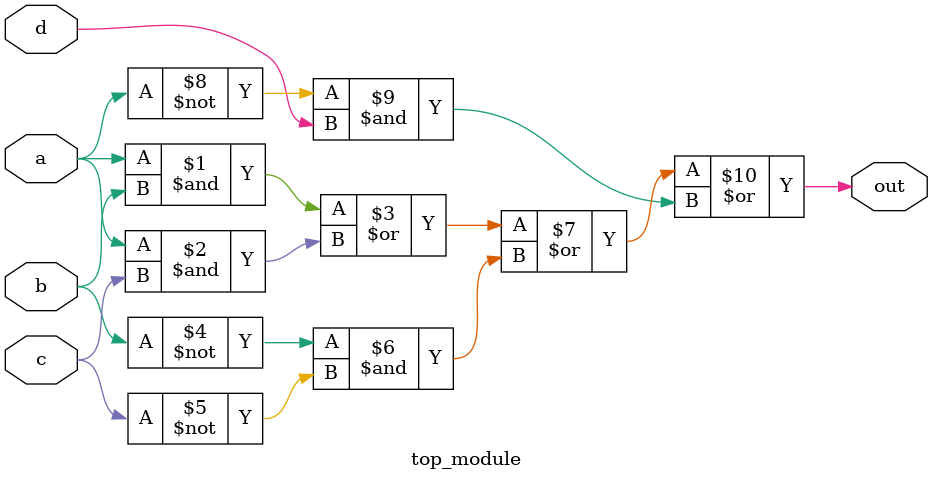
<source format=v>
module top_module(
    input a,
    input b,
    input c,
    input d,
    output out
);
    assign out = (a&b) | (a&c) | (~b&~c) | (~a&d);
endmodule

</source>
